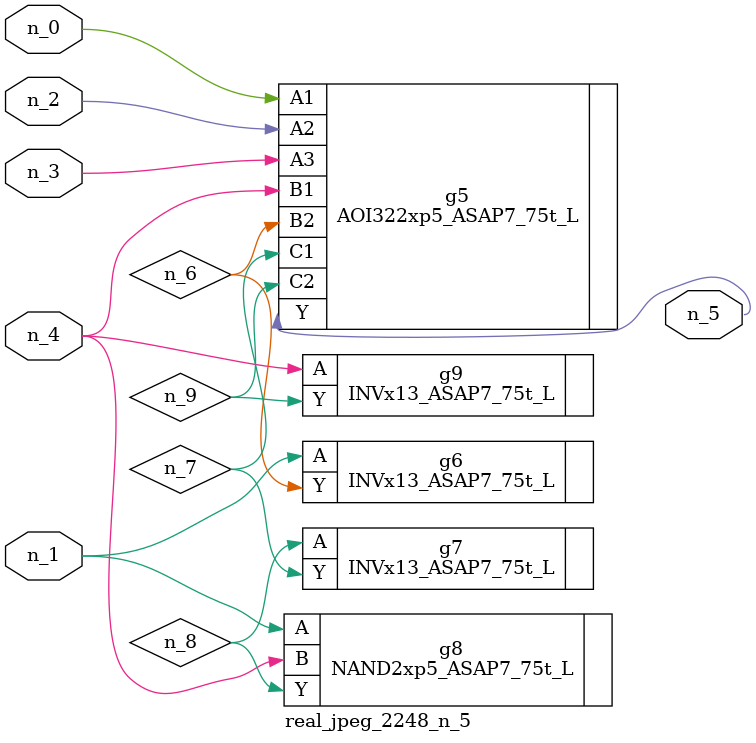
<source format=v>
module real_jpeg_2248_n_5 (n_4, n_0, n_1, n_2, n_3, n_5);

input n_4;
input n_0;
input n_1;
input n_2;
input n_3;

output n_5;

wire n_8;
wire n_6;
wire n_7;
wire n_9;

AOI322xp5_ASAP7_75t_L g5 ( 
.A1(n_0),
.A2(n_2),
.A3(n_3),
.B1(n_4),
.B2(n_6),
.C1(n_7),
.C2(n_9),
.Y(n_5)
);

INVx13_ASAP7_75t_L g6 ( 
.A(n_1),
.Y(n_6)
);

NAND2xp5_ASAP7_75t_L g8 ( 
.A(n_1),
.B(n_4),
.Y(n_8)
);

INVx13_ASAP7_75t_L g9 ( 
.A(n_4),
.Y(n_9)
);

INVx13_ASAP7_75t_L g7 ( 
.A(n_8),
.Y(n_7)
);


endmodule
</source>
